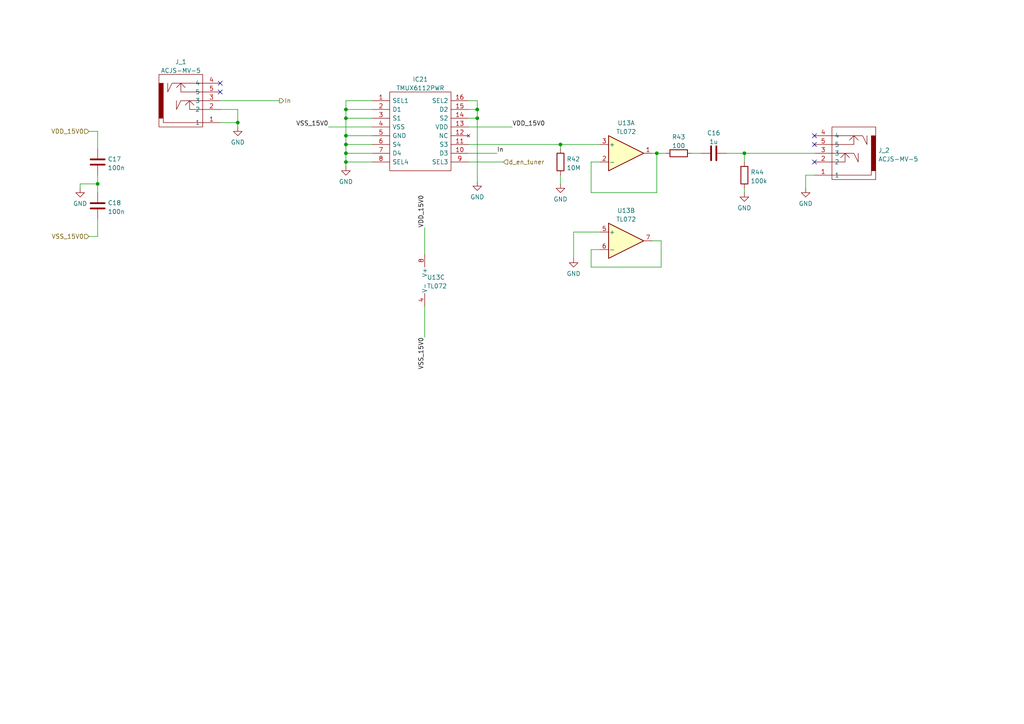
<source format=kicad_sch>
(kicad_sch (version 20211123) (generator eeschema)
  (paper "A4")
  (lib_symbols
    (symbol "Amplifier_Operational:TL072" (pin_names (offset 0.127))
      (property "Reference" "U" (at 0 5.08 0))
      (property "Value" "TL072" (at 0 -5.08 0))
      (symbol "TL072_1_1"
        (polyline (pts (xy -5.08 5.08) (xy 5.08 0) (xy -5.08 -5.08) (xy -5.08 5.08)) (stroke (width 0.254)) (fill (type background)))
        (pin output line (at 7.62 0 180) (length 2.54) (name "~") (number "1"))
        (pin input line (at -7.62 -2.54 0) (length 2.54) (name "-") (number "2"))
        (pin input line (at -7.62 2.54 0) (length 2.54) (name "+") (number "3"))
      )
      (symbol "TL072_2_1"
        (polyline (pts (xy -5.08 5.08) (xy 5.08 0) (xy -5.08 -5.08) (xy -5.08 5.08)) (stroke (width 0.254)) (fill (type background)))
        (pin input line (at -7.62 2.54 0) (length 2.54) (name "+") (number "5"))
        (pin input line (at -7.62 -2.54 0) (length 2.54) (name "-") (number "6"))
        (pin output line (at 7.62 0 180) (length 2.54) (name "~") (number "7"))
      )
      (symbol "TL072_3_1"
        (pin power_in line (at -2.54 -7.62 90) (length 3.81) (name "V-") (number "4"))
        (pin power_in line (at -2.54 7.62 270) (length 3.81) (name "V+") (number "8"))
      )
    )
    (symbol "Aphenol:ACJS-MV-5" (pin_names (offset 0.762))
      (property "Reference" "J_Return1" (at 8.3312 -6.7853 90))
      (property "Value" "ACJS-MV-5" (at 8.3312 -9.3222 90))
      (symbol "ACJS-MV-5_0_0"
        (pin passive line (at 19.05 -6.35 180) (length 5.08) (name "1") (number "1"))
        (pin passive line (at 19.05 -2.54 180) (length 5.08) (name "2") (number "2"))
        (pin passive line (at 19.05 0 180) (length 5.08) (name "3") (number "3"))
        (pin passive line (at 19.05 5.08 180) (length 5.08) (name "4") (number "4"))
        (pin passive line (at 19.05 2.54 180) (length 5.08) (name "5") (number "5"))
      )
      (symbol "ACJS-MV-5_0_1"
        (polyline (pts (xy 2.54 -5.08) (xy 2.54 -6.35) (xy 13.97 -6.35)) (stroke (width 0.1524)))
        (polyline (pts (xy 7.62 5.08) (xy 7.62 2.54) (xy 13.97 2.54)) (stroke (width 0.1524)))
        (polyline (pts (xy 8.89 -1.27) (xy 10.16 0) (xy 11.43 -1.27)) (stroke (width 0.1524)))
        (polyline (pts (xy 13.97 -2.54) (xy 10.16 -2.54) (xy 10.16 0)) (stroke (width 0.1524)))
        (polyline (pts (xy 7.62 5.08) (xy 6.35 3.81) (xy 7.62 5.08) (xy 8.89 3.81)) (stroke (width 0.1524)))
        (polyline (pts (xy 13.97 0) (xy 7.62 0) (xy 6.35 -2.54) (xy 6.35 0)) (stroke (width 0.1524)))
        (polyline (pts (xy 13.97 5.08) (xy 5.08 5.08) (xy 3.81 2.54) (xy 3.81 5.08)) (stroke (width 0.1524)))
        (polyline (pts (xy 1.27 7.62) (xy 13.97 7.62) (xy 13.97 -7.62) (xy 1.27 -7.62) (xy 1.27 7.62)) (stroke (width 0.1524)))
        (rectangle (start 1.27 5.08) (end 2.54 -5.08) (stroke (width 0.1524)) (fill (type outline)))
      )
    )
    (symbol "Device:C" (pin_numbers hide) (pin_names (offset 0.254))
      (property "Reference" "C" (at 0.635 2.54 0))
      (property "Value" "C" (at 0.635 -2.54 0))
      (symbol "C_0_1"
        (polyline (pts (xy -2.032 -0.762) (xy 2.032 -0.762)) (stroke (width 0.508)))
        (polyline (pts (xy -2.032 0.762) (xy 2.032 0.762)) (stroke (width 0.508)))
      )
      (symbol "C_1_1"
        (pin passive line (at 0 3.81 270) (length 2.794) (name "~") (number "1"))
        (pin passive line (at 0 -3.81 90) (length 2.794) (name "~") (number "2"))
      )
    )
    (symbol "Device:R" (pin_numbers hide) (pin_names (offset 0))
      (property "Reference" "R" (at 2.032 0 90))
      (property "Value" "R" (at 0 0 90))
      (symbol "R_0_1"
        (rectangle (start -1.016 -2.54) (end 1.016 2.54) (stroke (width 0.254)))
      )
      (symbol "R_1_1"
        (pin passive line (at 0 3.81 270) (length 1.27) (name "~") (number "1"))
        (pin passive line (at 0 -3.81 90) (length 1.27) (name "~") (number "2"))
      )
    )
    (symbol "SamacSys_Parts:TMUX6112PWR" (pin_names (offset 0.762))
      (property "Reference" "IC" (at 24.13 7.62 0))
      (property "Value" "TMUX6112PWR" (at 24.13 5.08 0))
      (symbol "TMUX6112PWR_0_0"
        (pin input line (at 0 0 0) (length 5.08) (name "SEL1") (number "1"))
        (pin bidirectional line (at 27.94 -15.24 180) (length 5.08) (name "D3") (number "10"))
        (pin bidirectional line (at 27.94 -12.7 180) (length 5.08) (name "S3") (number "11"))
        (pin no_connect line (at 27.94 -10.16 180) (length 5.08) (name "NC") (number "12"))
        (pin power_in line (at 27.94 -7.62 180) (length 5.08) (name "VDD") (number "13"))
        (pin bidirectional line (at 27.94 -5.08 180) (length 5.08) (name "S2") (number "14"))
        (pin bidirectional line (at 27.94 -2.54 180) (length 5.08) (name "D2") (number "15"))
        (pin input line (at 27.94 0 180) (length 5.08) (name "SEL2") (number "16"))
        (pin bidirectional line (at 0 -2.54 0) (length 5.08) (name "D1") (number "2"))
        (pin bidirectional line (at 0 -5.08 0) (length 5.08) (name "S1") (number "3"))
        (pin power_in line (at 0 -7.62 0) (length 5.08) (name "VSS") (number "4"))
        (pin power_in line (at 0 -10.16 0) (length 5.08) (name "GND") (number "5"))
        (pin bidirectional line (at 0 -12.7 0) (length 5.08) (name "S4") (number "6"))
        (pin bidirectional line (at 0 -15.24 0) (length 5.08) (name "D4") (number "7"))
        (pin input line (at 0 -17.78 0) (length 5.08) (name "SEL4") (number "8"))
        (pin input line (at 27.94 -17.78 180) (length 5.08) (name "SEL3") (number "9"))
      )
      (symbol "TMUX6112PWR_0_1"
        (polyline (pts (xy 5.08 2.54) (xy 22.86 2.54) (xy 22.86 -20.32) (xy 5.08 -20.32) (xy 5.08 2.54)) (stroke (width 0.1524)))
      )
    )
    (symbol "power:GND" (power) (pin_names (offset 0))
      (property "Value" "GND" (at 0 -3.81 0))
      (symbol "GND_0_1"
        (polyline (pts (xy 0 0) (xy 0 -1.27) (xy 1.27 -1.27) (xy 0 -2.54) (xy -1.27 -1.27) (xy 0 -1.27)))
      )
      (symbol "GND_1_1"
        (pin power_in line (at 0 0 270) (length 0) hide (name "GND") (number "1"))
      )
    )
  )
  (junction (at 138.43 34.29))
  (junction (at 100.33 44.45))
  (junction (at 190.5 44.45))
  (junction (at 68.961 35.56))
  (junction (at 100.33 46.99))
  (junction (at 28.321 53.34))
  (junction (at 100.33 34.29))
  (junction (at 100.33 41.91))
  (junction (at 100.33 31.75))
  (junction (at 138.43 31.75))
  (junction (at 100.33 39.37))
  (junction (at 215.9 44.45))
  (junction (at 162.56 41.91))
  (no_connect (at 63.881 24.13))
  (no_connect (at 63.881 26.67))
  (no_connect (at 236.22 46.99))
  (no_connect (at 236.22 39.37))
  (no_connect (at 236.22 41.91))
  (wire (pts (xy 28.321 53.34) (xy 23.241 53.34)))
  (wire (pts (xy 68.961 36.83) (xy 68.961 35.56)))
  (wire (pts (xy 233.68 54.61) (xy 233.68 50.8)))
  (wire (pts (xy 166.37 67.31) (xy 173.99 67.31)))
  (wire (pts (xy 135.89 34.29) (xy 138.43 34.29)))
  (wire (pts (xy 100.33 34.29) (xy 107.95 34.29)))
  (wire (pts (xy 162.56 50.8) (xy 162.56 53.34)))
  (wire (pts (xy 162.56 41.91) (xy 173.99 41.91)))
  (wire (pts (xy 135.89 41.91) (xy 162.56 41.91)))
  (wire (pts (xy 162.56 41.91) (xy 162.56 43.18)))
  (wire (pts (xy 95.25 36.83) (xy 107.95 36.83)))
  (wire (pts (xy 68.961 31.75) (xy 68.961 35.56)))
  (wire (pts (xy 215.9 54.61) (xy 215.9 55.88)))
  (wire (pts (xy 123.19 88.9) (xy 123.19 97.79)))
  (wire (pts (xy 135.89 29.21) (xy 138.43 29.21)))
  (wire (pts (xy 100.33 29.21) (xy 100.33 31.75)))
  (wire (pts (xy 138.43 31.75) (xy 138.43 29.21)))
  (wire (pts (xy 25.781 68.58) (xy 28.321 68.58)))
  (wire (pts (xy 28.321 53.34) (xy 28.321 55.88)))
  (wire (pts (xy 100.33 44.45) (xy 100.33 41.91)))
  (wire (pts (xy 63.881 35.56) (xy 68.961 35.56)))
  (wire (pts (xy 215.9 46.99) (xy 215.9 44.45)))
  (wire (pts (xy 190.5 44.45) (xy 190.5 55.88)))
  (wire (pts (xy 100.33 46.99) (xy 107.95 46.99)))
  (wire (pts (xy 233.68 50.8) (xy 236.22 50.8)))
  (wire (pts (xy 191.77 69.85) (xy 189.23 69.85)))
  (wire (pts (xy 100.33 31.75) (xy 107.95 31.75)))
  (wire (pts (xy 171.45 46.99) (xy 171.45 55.88)))
  (wire (pts (xy 190.5 44.45) (xy 193.04 44.45)))
  (wire (pts (xy 100.33 34.29) (xy 100.33 39.37)))
  (wire (pts (xy 100.33 31.75) (xy 100.33 34.29)))
  (wire (pts (xy 215.9 44.45) (xy 210.82 44.45)))
  (wire (pts (xy 63.881 29.21) (xy 81.026 29.21)))
  (wire (pts (xy 135.89 36.83) (xy 148.59 36.83)))
  (wire (pts (xy 100.33 29.21) (xy 107.95 29.21)))
  (wire (pts (xy 135.89 46.99) (xy 146.05 46.99)))
  (wire (pts (xy 28.321 50.8) (xy 28.321 53.34)))
  (wire (pts (xy 100.33 44.45) (xy 107.95 44.45)))
  (wire (pts (xy 100.33 41.91) (xy 107.95 41.91)))
  (wire (pts (xy 173.99 72.39) (xy 171.45 72.39)))
  (wire (pts (xy 100.33 41.91) (xy 100.33 39.37)))
  (wire (pts (xy 135.89 44.45) (xy 144.145 44.45)))
  (wire (pts (xy 28.321 38.1) (xy 28.321 43.18)))
  (wire (pts (xy 200.66 44.45) (xy 203.2 44.45)))
  (wire (pts (xy 100.33 48.26) (xy 100.33 46.99)))
  (wire (pts (xy 138.43 52.705) (xy 138.43 34.29)))
  (wire (pts (xy 191.77 77.47) (xy 191.77 69.85)))
  (wire (pts (xy 100.33 46.99) (xy 100.33 44.45)))
  (wire (pts (xy 135.89 31.75) (xy 138.43 31.75)))
  (wire (pts (xy 138.43 34.29) (xy 138.43 31.75)))
  (wire (pts (xy 215.9 44.45) (xy 236.22 44.45)))
  (wire (pts (xy 25.781 38.1) (xy 28.321 38.1)))
  (wire (pts (xy 123.19 66.04) (xy 123.19 73.66)))
  (wire (pts (xy 171.45 55.88) (xy 190.5 55.88)))
  (wire (pts (xy 189.23 44.45) (xy 190.5 44.45)))
  (wire (pts (xy 166.37 74.93) (xy 166.37 67.31)))
  (wire (pts (xy 23.241 53.34) (xy 23.241 54.61)))
  (wire (pts (xy 28.321 63.5) (xy 28.321 68.58)))
  (wire (pts (xy 173.99 46.99) (xy 171.45 46.99)))
  (wire (pts (xy 100.33 39.37) (xy 107.95 39.37)))
  (wire (pts (xy 171.45 72.39) (xy 171.45 77.47)))
  (wire (pts (xy 63.881 31.75) (xy 68.961 31.75)))
  (wire (pts (xy 171.45 77.47) (xy 191.77 77.47)))
  (label "VDD_15V0" (at 148.59 36.83 0))
  (label "VDD_15V0" (at 123.19 66.04 90))
  (label "In" (at 144.145 44.45 0))
  (label "VSS_15V0" (at 95.25 36.83 180))
  (label "VSS_15V0" (at 123.19 97.79 270))
  (hierarchical_label "VDD_15V0" (shape input) (at 25.781 38.1 180))
  (hierarchical_label "In" (shape output) (at 81.026 29.21 0))
  (hierarchical_label "d_en_tuner" (shape input) (at 146.05 46.99 0))
  (hierarchical_label "VSS_15V0" (shape input) (at 25.781 68.58 180))
  (symbol (lib_id "Device:C") (at 207.01 44.45 90) (unit 1)
    (property "Reference" "C16" (at 207.01 38.5912 90))
    (property "Value" "1u" (at 207.01 41.1281 90))
    (property "Footprint" "Capacitor_SMD:C_1206_3216Metric_Pad1.33x1.80mm_HandSolder" (effects hide))
  )
  (symbol (lib_id "Device:R") (at 215.9 50.8 180) (unit 1)
    (property "Reference" "R44" (at 217.678 49.9653 0) (effects (justify right)))
    (property "Value" "100k" (at 217.678 52.5022 0) (effects (justify right)))
    (property "Footprint" "Resistor_SMD:R_1206_3216Metric_Pad1.30x1.75mm_HandSolder" (effects hide))
  )
  (symbol (lib_id "Device:R") (at 196.85 44.45 270) (unit 1)
    (property "Reference" "R43" (at 196.85 39.7342 90))
    (property "Value" "100" (at 196.85 42.2711 90))
    (property "Footprint" "Resistor_SMD:R_1206_3216Metric_Pad1.30x1.75mm_HandSolder" (effects hide))
  )
  (symbol (lib_id "Aphenol:ACJS-MV-5") (at 44.831 29.21 0) (unit 1)
    (property "Reference" "J_1" (at 52.451 17.941 0))
    (property "Value" "ACJS-MV-5" (at 52.451 20.4779 0))
    (property "Footprint" "SamacSys_Parts:ACJSMV5" (effects hide))
    (property "Datasheet" "http://www.amphenolaudio.com/wp-content/uploads/2015/07/55010228000152_acjx-mv-x.pdf" (effects hide))
    (property "Description" "Phone Connectors 1/4\"VERT CHASIS CONN PLSTC" (effects hide))
    (property "Height" "31.45" (effects hide))
    (property "Manufacturer_Name" "Amphenol" (effects hide))
    (property "Manufacturer_Part_Number" "ACJS-MV-5" (effects hide))
    (property "Mouser Part Number" "523-ACJS-MV-5" (effects hide))
    (property "Mouser Price/Stock" "https://www.mouser.co.uk/ProductDetail/Amphenol-Audio/ACJS-MV-5?qs=c9RBuMmXG6JIOKwHTyIaMA%3D%3D" (effects hide))
  )
  (symbol (lib_id "Amplifier_Operational:TL072") (at 125.73 81.28 0) (unit 3)
    (property "Reference" "U13" (at 123.825 80.4453 0) (effects (justify left)))
    (property "Value" "TL072" (at 123.825 82.9822 0) (effects (justify left)))
    (property "Footprint" "SamacSys_Parts:SOIC127P600X175-8N" (effects hide))
    (property "Datasheet" "http://www.ti.com/lit/ds/symlink/tl071.pdf" (effects hide))
  )
  (symbol (lib_id "SamacSys_Parts:TMUX6112PWR") (at 107.95 29.21 0) (unit 1)
    (property "Reference" "IC21" (at 121.92 23.021 0))
    (property "Value" "TMUX6112PWR" (at 121.92 25.5579 0))
    (property "Footprint" "SamacSys_Parts:SOP65P640X120-16N" (effects hide))
    (property "Datasheet" "http://www.ti.com/lit/ds/symlink/tmux6112.pdf" (effects hide))
    (property "Description" "Analog Switch ICs 36-V, Low Capacitance, Low-Leakage-Current, Precision, Quad SPST Switches (Normally Open) 16-TSSOP -40 to 125" (effects hide))
    (property "Height" "1.2" (effects hide))
    (property "Manufacturer_Name" "Texas Instruments" (effects hide))
    (property "Manufacturer_Part_Number" "TMUX6112PWR" (effects hide))
    (property "Mouser Part Number" "595-TMUX6112PWR" (effects hide))
    (property "Mouser Price/Stock" "https://www.mouser.co.uk/ProductDetail/Texas-Instruments/TMUX6112PWR?qs=lc2O%252BfHJPVapObCKrxF4jQ%3D%3D" (effects hide))
    (property "Arrow Part Number" "TMUX6112PWR" (effects hide))
    (property "Arrow Price/Stock" "https://www.arrow.com/en/products/tmux6112pwr/texas-instruments?region=nac" (effects hide))
  )
  (symbol (lib_id "Amplifier_Operational:TL072") (at 181.61 44.45 0) (unit 1)
    (property "Reference" "U13" (at 181.61 35.6702 0))
    (property "Value" "TL072" (at 181.61 38.2071 0))
    (property "Footprint" "SamacSys_Parts:SOIC127P600X175-8N" (effects hide))
    (property "Datasheet" "http://www.ti.com/lit/ds/symlink/tl071.pdf" (effects hide))
  )
  (symbol (lib_id "Amplifier_Operational:TL072") (at 181.61 69.85 0) (unit 2)
    (property "Reference" "U13" (at 181.61 61.0702 0))
    (property "Value" "TL072" (at 181.61 63.6071 0))
    (property "Footprint" "SamacSys_Parts:SOIC127P600X175-8N" (effects hide))
    (property "Datasheet" "http://www.ti.com/lit/ds/symlink/tl071.pdf" (effects hide))
  )
  (symbol (lib_id "power:GND") (at 166.37 74.93 0) (unit 1)
    (property "Reference" "#PWR083" (effects hide))
    (property "Value" "GND" (at 166.37 79.3734 0))
  )
  (symbol (lib_id "power:GND") (at 215.9 55.88 0) (unit 1)
    (property "Reference" "#PWR044" (effects hide))
    (property "Value" "GND" (at 215.9 60.3234 0))
  )
  (symbol (lib_id "power:GND") (at 68.961 36.83 0) (unit 1)
    (property "Reference" "#PWR073" (effects hide))
    (property "Value" "GND" (at 68.961 41.2734 0))
  )
  (symbol (lib_id "power:GND") (at 162.56 53.34 0) (unit 1)
    (property "Reference" "#PWR043" (effects hide))
    (property "Value" "GND" (at 162.56 57.7834 0))
  )
  (symbol (lib_id "Device:C") (at 28.321 46.99 180) (unit 1)
    (property "Reference" "C17" (at 31.242 46.1553 0) (effects (justify right)))
    (property "Value" "100n" (at 31.242 48.6922 0) (effects (justify right)))
    (property "Footprint" "Capacitor_SMD:C_1206_3216Metric_Pad1.33x1.80mm_HandSolder" (effects hide))
  )
  (symbol (lib_id "power:GND") (at 233.68 54.61 0) (unit 1)
    (property "Reference" "#PWR074" (effects hide))
    (property "Value" "GND" (at 233.68 59.0534 0))
  )
  (symbol (lib_id "Device:R") (at 162.56 46.99 180) (unit 1)
    (property "Reference" "R42" (at 164.338 46.1553 0) (effects (justify right)))
    (property "Value" "10M" (at 164.338 48.6922 0) (effects (justify right)))
    (property "Footprint" "Resistor_SMD:R_1206_3216Metric_Pad1.30x1.75mm_HandSolder" (effects hide))
  )
  (symbol (lib_id "Device:C") (at 28.321 59.69 180) (unit 1)
    (property "Reference" "C18" (at 31.242 58.8553 0) (effects (justify right)))
    (property "Value" "100n" (at 31.242 61.3922 0) (effects (justify right)))
    (property "Footprint" "Capacitor_SMD:C_1206_3216Metric_Pad1.33x1.80mm_HandSolder" (effects hide))
  )
  (symbol (lib_id "power:GND") (at 138.43 52.705 0) (unit 1)
    (property "Reference" "#PWR0126" (effects hide))
    (property "Value" "GND" (at 138.43 57.1484 0))
  )
  (symbol (lib_id "power:GND") (at 23.241 54.61 0) (unit 1)
    (property "Reference" "#PWR045" (effects hide))
    (property "Value" "GND" (at 23.241 59.0534 0))
  )
  (symbol (lib_id "Aphenol:ACJS-MV-5") (at 255.27 44.45 0) (mirror y) (unit 1)
    (property "Reference" "J_2" (at 254.7112 43.6153 0) (effects (justify right)))
    (property "Value" "ACJS-MV-5" (at 254.7112 46.1522 0) (effects (justify right)))
    (property "Footprint" "SamacSys_Parts:ACJSMV5" (effects hide))
    (property "Datasheet" "http://www.amphenolaudio.com/wp-content/uploads/2015/07/55010228000152_acjx-mv-x.pdf" (effects hide))
    (property "Description" "Phone Connectors 1/4\"VERT CHASIS CONN PLSTC" (effects hide))
    (property "Height" "31.45" (effects hide))
    (property "Manufacturer_Name" "Amphenol" (effects hide))
    (property "Manufacturer_Part_Number" "ACJS-MV-5" (effects hide))
    (property "Mouser Part Number" "523-ACJS-MV-5" (effects hide))
    (property "Mouser Price/Stock" "https://www.mouser.co.uk/ProductDetail/Amphenol-Audio/ACJS-MV-5?qs=c9RBuMmXG6JIOKwHTyIaMA%3D%3D" (effects hide))
  )
  (symbol (lib_id "power:GND") (at 100.33 48.26 0) (unit 1)
    (property "Reference" "#PWR041" (effects hide))
    (property "Value" "GND" (at 100.33 52.7034 0))
  )
)
</source>
